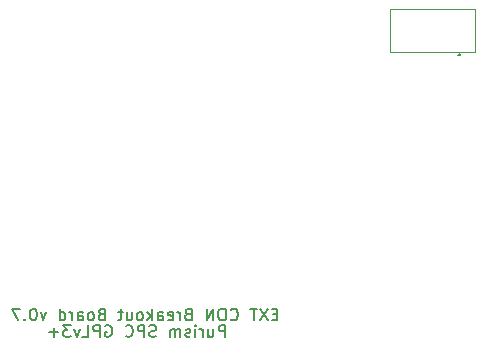
<source format=gbr>
%TF.GenerationSoftware,KiCad,Pcbnew,8.0.2-1.fc40*%
%TF.CreationDate,2024-05-25T13:03:01-04:00*%
%TF.ProjectId,ext-con-breakout-board,6578742d-636f-46e2-9d62-7265616b6f75,v0.6*%
%TF.SameCoordinates,Original*%
%TF.FileFunction,Legend,Bot*%
%TF.FilePolarity,Positive*%
%FSLAX46Y46*%
G04 Gerber Fmt 4.6, Leading zero omitted, Abs format (unit mm)*
G04 Created by KiCad (PCBNEW 8.0.2-1.fc40) date 2024-05-25 13:03:01*
%MOMM*%
%LPD*%
G01*
G04 APERTURE LIST*
%ADD10C,0.150000*%
%ADD11C,0.120000*%
G04 APERTURE END LIST*
D10*
X114866667Y-112031009D02*
X114533334Y-112031009D01*
X114390477Y-112554819D02*
X114866667Y-112554819D01*
X114866667Y-112554819D02*
X114866667Y-111554819D01*
X114866667Y-111554819D02*
X114390477Y-111554819D01*
X114057143Y-111554819D02*
X113390477Y-112554819D01*
X113390477Y-111554819D02*
X114057143Y-112554819D01*
X113152381Y-111554819D02*
X112580953Y-111554819D01*
X112866667Y-112554819D02*
X112866667Y-111554819D01*
X110914286Y-112459580D02*
X110961905Y-112507200D01*
X110961905Y-112507200D02*
X111104762Y-112554819D01*
X111104762Y-112554819D02*
X111200000Y-112554819D01*
X111200000Y-112554819D02*
X111342857Y-112507200D01*
X111342857Y-112507200D02*
X111438095Y-112411961D01*
X111438095Y-112411961D02*
X111485714Y-112316723D01*
X111485714Y-112316723D02*
X111533333Y-112126247D01*
X111533333Y-112126247D02*
X111533333Y-111983390D01*
X111533333Y-111983390D02*
X111485714Y-111792914D01*
X111485714Y-111792914D02*
X111438095Y-111697676D01*
X111438095Y-111697676D02*
X111342857Y-111602438D01*
X111342857Y-111602438D02*
X111200000Y-111554819D01*
X111200000Y-111554819D02*
X111104762Y-111554819D01*
X111104762Y-111554819D02*
X110961905Y-111602438D01*
X110961905Y-111602438D02*
X110914286Y-111650057D01*
X110295238Y-111554819D02*
X110104762Y-111554819D01*
X110104762Y-111554819D02*
X110009524Y-111602438D01*
X110009524Y-111602438D02*
X109914286Y-111697676D01*
X109914286Y-111697676D02*
X109866667Y-111888152D01*
X109866667Y-111888152D02*
X109866667Y-112221485D01*
X109866667Y-112221485D02*
X109914286Y-112411961D01*
X109914286Y-112411961D02*
X110009524Y-112507200D01*
X110009524Y-112507200D02*
X110104762Y-112554819D01*
X110104762Y-112554819D02*
X110295238Y-112554819D01*
X110295238Y-112554819D02*
X110390476Y-112507200D01*
X110390476Y-112507200D02*
X110485714Y-112411961D01*
X110485714Y-112411961D02*
X110533333Y-112221485D01*
X110533333Y-112221485D02*
X110533333Y-111888152D01*
X110533333Y-111888152D02*
X110485714Y-111697676D01*
X110485714Y-111697676D02*
X110390476Y-111602438D01*
X110390476Y-111602438D02*
X110295238Y-111554819D01*
X109438095Y-112554819D02*
X109438095Y-111554819D01*
X109438095Y-111554819D02*
X108866667Y-112554819D01*
X108866667Y-112554819D02*
X108866667Y-111554819D01*
X107295238Y-112031009D02*
X107152381Y-112078628D01*
X107152381Y-112078628D02*
X107104762Y-112126247D01*
X107104762Y-112126247D02*
X107057143Y-112221485D01*
X107057143Y-112221485D02*
X107057143Y-112364342D01*
X107057143Y-112364342D02*
X107104762Y-112459580D01*
X107104762Y-112459580D02*
X107152381Y-112507200D01*
X107152381Y-112507200D02*
X107247619Y-112554819D01*
X107247619Y-112554819D02*
X107628571Y-112554819D01*
X107628571Y-112554819D02*
X107628571Y-111554819D01*
X107628571Y-111554819D02*
X107295238Y-111554819D01*
X107295238Y-111554819D02*
X107200000Y-111602438D01*
X107200000Y-111602438D02*
X107152381Y-111650057D01*
X107152381Y-111650057D02*
X107104762Y-111745295D01*
X107104762Y-111745295D02*
X107104762Y-111840533D01*
X107104762Y-111840533D02*
X107152381Y-111935771D01*
X107152381Y-111935771D02*
X107200000Y-111983390D01*
X107200000Y-111983390D02*
X107295238Y-112031009D01*
X107295238Y-112031009D02*
X107628571Y-112031009D01*
X106628571Y-112554819D02*
X106628571Y-111888152D01*
X106628571Y-112078628D02*
X106580952Y-111983390D01*
X106580952Y-111983390D02*
X106533333Y-111935771D01*
X106533333Y-111935771D02*
X106438095Y-111888152D01*
X106438095Y-111888152D02*
X106342857Y-111888152D01*
X105628571Y-112507200D02*
X105723809Y-112554819D01*
X105723809Y-112554819D02*
X105914285Y-112554819D01*
X105914285Y-112554819D02*
X106009523Y-112507200D01*
X106009523Y-112507200D02*
X106057142Y-112411961D01*
X106057142Y-112411961D02*
X106057142Y-112031009D01*
X106057142Y-112031009D02*
X106009523Y-111935771D01*
X106009523Y-111935771D02*
X105914285Y-111888152D01*
X105914285Y-111888152D02*
X105723809Y-111888152D01*
X105723809Y-111888152D02*
X105628571Y-111935771D01*
X105628571Y-111935771D02*
X105580952Y-112031009D01*
X105580952Y-112031009D02*
X105580952Y-112126247D01*
X105580952Y-112126247D02*
X106057142Y-112221485D01*
X104723809Y-112554819D02*
X104723809Y-112031009D01*
X104723809Y-112031009D02*
X104771428Y-111935771D01*
X104771428Y-111935771D02*
X104866666Y-111888152D01*
X104866666Y-111888152D02*
X105057142Y-111888152D01*
X105057142Y-111888152D02*
X105152380Y-111935771D01*
X104723809Y-112507200D02*
X104819047Y-112554819D01*
X104819047Y-112554819D02*
X105057142Y-112554819D01*
X105057142Y-112554819D02*
X105152380Y-112507200D01*
X105152380Y-112507200D02*
X105199999Y-112411961D01*
X105199999Y-112411961D02*
X105199999Y-112316723D01*
X105199999Y-112316723D02*
X105152380Y-112221485D01*
X105152380Y-112221485D02*
X105057142Y-112173866D01*
X105057142Y-112173866D02*
X104819047Y-112173866D01*
X104819047Y-112173866D02*
X104723809Y-112126247D01*
X104247618Y-112554819D02*
X104247618Y-111554819D01*
X104152380Y-112173866D02*
X103866666Y-112554819D01*
X103866666Y-111888152D02*
X104247618Y-112269104D01*
X103295237Y-112554819D02*
X103390475Y-112507200D01*
X103390475Y-112507200D02*
X103438094Y-112459580D01*
X103438094Y-112459580D02*
X103485713Y-112364342D01*
X103485713Y-112364342D02*
X103485713Y-112078628D01*
X103485713Y-112078628D02*
X103438094Y-111983390D01*
X103438094Y-111983390D02*
X103390475Y-111935771D01*
X103390475Y-111935771D02*
X103295237Y-111888152D01*
X103295237Y-111888152D02*
X103152380Y-111888152D01*
X103152380Y-111888152D02*
X103057142Y-111935771D01*
X103057142Y-111935771D02*
X103009523Y-111983390D01*
X103009523Y-111983390D02*
X102961904Y-112078628D01*
X102961904Y-112078628D02*
X102961904Y-112364342D01*
X102961904Y-112364342D02*
X103009523Y-112459580D01*
X103009523Y-112459580D02*
X103057142Y-112507200D01*
X103057142Y-112507200D02*
X103152380Y-112554819D01*
X103152380Y-112554819D02*
X103295237Y-112554819D01*
X102104761Y-111888152D02*
X102104761Y-112554819D01*
X102533332Y-111888152D02*
X102533332Y-112411961D01*
X102533332Y-112411961D02*
X102485713Y-112507200D01*
X102485713Y-112507200D02*
X102390475Y-112554819D01*
X102390475Y-112554819D02*
X102247618Y-112554819D01*
X102247618Y-112554819D02*
X102152380Y-112507200D01*
X102152380Y-112507200D02*
X102104761Y-112459580D01*
X101771427Y-111888152D02*
X101390475Y-111888152D01*
X101628570Y-111554819D02*
X101628570Y-112411961D01*
X101628570Y-112411961D02*
X101580951Y-112507200D01*
X101580951Y-112507200D02*
X101485713Y-112554819D01*
X101485713Y-112554819D02*
X101390475Y-112554819D01*
X99961903Y-112031009D02*
X99819046Y-112078628D01*
X99819046Y-112078628D02*
X99771427Y-112126247D01*
X99771427Y-112126247D02*
X99723808Y-112221485D01*
X99723808Y-112221485D02*
X99723808Y-112364342D01*
X99723808Y-112364342D02*
X99771427Y-112459580D01*
X99771427Y-112459580D02*
X99819046Y-112507200D01*
X99819046Y-112507200D02*
X99914284Y-112554819D01*
X99914284Y-112554819D02*
X100295236Y-112554819D01*
X100295236Y-112554819D02*
X100295236Y-111554819D01*
X100295236Y-111554819D02*
X99961903Y-111554819D01*
X99961903Y-111554819D02*
X99866665Y-111602438D01*
X99866665Y-111602438D02*
X99819046Y-111650057D01*
X99819046Y-111650057D02*
X99771427Y-111745295D01*
X99771427Y-111745295D02*
X99771427Y-111840533D01*
X99771427Y-111840533D02*
X99819046Y-111935771D01*
X99819046Y-111935771D02*
X99866665Y-111983390D01*
X99866665Y-111983390D02*
X99961903Y-112031009D01*
X99961903Y-112031009D02*
X100295236Y-112031009D01*
X99152379Y-112554819D02*
X99247617Y-112507200D01*
X99247617Y-112507200D02*
X99295236Y-112459580D01*
X99295236Y-112459580D02*
X99342855Y-112364342D01*
X99342855Y-112364342D02*
X99342855Y-112078628D01*
X99342855Y-112078628D02*
X99295236Y-111983390D01*
X99295236Y-111983390D02*
X99247617Y-111935771D01*
X99247617Y-111935771D02*
X99152379Y-111888152D01*
X99152379Y-111888152D02*
X99009522Y-111888152D01*
X99009522Y-111888152D02*
X98914284Y-111935771D01*
X98914284Y-111935771D02*
X98866665Y-111983390D01*
X98866665Y-111983390D02*
X98819046Y-112078628D01*
X98819046Y-112078628D02*
X98819046Y-112364342D01*
X98819046Y-112364342D02*
X98866665Y-112459580D01*
X98866665Y-112459580D02*
X98914284Y-112507200D01*
X98914284Y-112507200D02*
X99009522Y-112554819D01*
X99009522Y-112554819D02*
X99152379Y-112554819D01*
X97961903Y-112554819D02*
X97961903Y-112031009D01*
X97961903Y-112031009D02*
X98009522Y-111935771D01*
X98009522Y-111935771D02*
X98104760Y-111888152D01*
X98104760Y-111888152D02*
X98295236Y-111888152D01*
X98295236Y-111888152D02*
X98390474Y-111935771D01*
X97961903Y-112507200D02*
X98057141Y-112554819D01*
X98057141Y-112554819D02*
X98295236Y-112554819D01*
X98295236Y-112554819D02*
X98390474Y-112507200D01*
X98390474Y-112507200D02*
X98438093Y-112411961D01*
X98438093Y-112411961D02*
X98438093Y-112316723D01*
X98438093Y-112316723D02*
X98390474Y-112221485D01*
X98390474Y-112221485D02*
X98295236Y-112173866D01*
X98295236Y-112173866D02*
X98057141Y-112173866D01*
X98057141Y-112173866D02*
X97961903Y-112126247D01*
X97485712Y-112554819D02*
X97485712Y-111888152D01*
X97485712Y-112078628D02*
X97438093Y-111983390D01*
X97438093Y-111983390D02*
X97390474Y-111935771D01*
X97390474Y-111935771D02*
X97295236Y-111888152D01*
X97295236Y-111888152D02*
X97199998Y-111888152D01*
X96438093Y-112554819D02*
X96438093Y-111554819D01*
X96438093Y-112507200D02*
X96533331Y-112554819D01*
X96533331Y-112554819D02*
X96723807Y-112554819D01*
X96723807Y-112554819D02*
X96819045Y-112507200D01*
X96819045Y-112507200D02*
X96866664Y-112459580D01*
X96866664Y-112459580D02*
X96914283Y-112364342D01*
X96914283Y-112364342D02*
X96914283Y-112078628D01*
X96914283Y-112078628D02*
X96866664Y-111983390D01*
X96866664Y-111983390D02*
X96819045Y-111935771D01*
X96819045Y-111935771D02*
X96723807Y-111888152D01*
X96723807Y-111888152D02*
X96533331Y-111888152D01*
X96533331Y-111888152D02*
X96438093Y-111935771D01*
X95295235Y-111888152D02*
X95057140Y-112554819D01*
X95057140Y-112554819D02*
X94819045Y-111888152D01*
X94247616Y-111554819D02*
X94152378Y-111554819D01*
X94152378Y-111554819D02*
X94057140Y-111602438D01*
X94057140Y-111602438D02*
X94009521Y-111650057D01*
X94009521Y-111650057D02*
X93961902Y-111745295D01*
X93961902Y-111745295D02*
X93914283Y-111935771D01*
X93914283Y-111935771D02*
X93914283Y-112173866D01*
X93914283Y-112173866D02*
X93961902Y-112364342D01*
X93961902Y-112364342D02*
X94009521Y-112459580D01*
X94009521Y-112459580D02*
X94057140Y-112507200D01*
X94057140Y-112507200D02*
X94152378Y-112554819D01*
X94152378Y-112554819D02*
X94247616Y-112554819D01*
X94247616Y-112554819D02*
X94342854Y-112507200D01*
X94342854Y-112507200D02*
X94390473Y-112459580D01*
X94390473Y-112459580D02*
X94438092Y-112364342D01*
X94438092Y-112364342D02*
X94485711Y-112173866D01*
X94485711Y-112173866D02*
X94485711Y-111935771D01*
X94485711Y-111935771D02*
X94438092Y-111745295D01*
X94438092Y-111745295D02*
X94390473Y-111650057D01*
X94390473Y-111650057D02*
X94342854Y-111602438D01*
X94342854Y-111602438D02*
X94247616Y-111554819D01*
X93485711Y-112459580D02*
X93438092Y-112507200D01*
X93438092Y-112507200D02*
X93485711Y-112554819D01*
X93485711Y-112554819D02*
X93533330Y-112507200D01*
X93533330Y-112507200D02*
X93485711Y-112459580D01*
X93485711Y-112459580D02*
X93485711Y-112554819D01*
X93104759Y-111554819D02*
X92438093Y-111554819D01*
X92438093Y-111554819D02*
X92866664Y-112554819D01*
X110452380Y-113954819D02*
X110452380Y-112954819D01*
X110452380Y-112954819D02*
X110071428Y-112954819D01*
X110071428Y-112954819D02*
X109976190Y-113002438D01*
X109976190Y-113002438D02*
X109928571Y-113050057D01*
X109928571Y-113050057D02*
X109880952Y-113145295D01*
X109880952Y-113145295D02*
X109880952Y-113288152D01*
X109880952Y-113288152D02*
X109928571Y-113383390D01*
X109928571Y-113383390D02*
X109976190Y-113431009D01*
X109976190Y-113431009D02*
X110071428Y-113478628D01*
X110071428Y-113478628D02*
X110452380Y-113478628D01*
X109023809Y-113288152D02*
X109023809Y-113954819D01*
X109452380Y-113288152D02*
X109452380Y-113811961D01*
X109452380Y-113811961D02*
X109404761Y-113907200D01*
X109404761Y-113907200D02*
X109309523Y-113954819D01*
X109309523Y-113954819D02*
X109166666Y-113954819D01*
X109166666Y-113954819D02*
X109071428Y-113907200D01*
X109071428Y-113907200D02*
X109023809Y-113859580D01*
X108547618Y-113954819D02*
X108547618Y-113288152D01*
X108547618Y-113478628D02*
X108499999Y-113383390D01*
X108499999Y-113383390D02*
X108452380Y-113335771D01*
X108452380Y-113335771D02*
X108357142Y-113288152D01*
X108357142Y-113288152D02*
X108261904Y-113288152D01*
X107928570Y-113954819D02*
X107928570Y-113288152D01*
X107928570Y-112954819D02*
X107976189Y-113002438D01*
X107976189Y-113002438D02*
X107928570Y-113050057D01*
X107928570Y-113050057D02*
X107880951Y-113002438D01*
X107880951Y-113002438D02*
X107928570Y-112954819D01*
X107928570Y-112954819D02*
X107928570Y-113050057D01*
X107499999Y-113907200D02*
X107404761Y-113954819D01*
X107404761Y-113954819D02*
X107214285Y-113954819D01*
X107214285Y-113954819D02*
X107119047Y-113907200D01*
X107119047Y-113907200D02*
X107071428Y-113811961D01*
X107071428Y-113811961D02*
X107071428Y-113764342D01*
X107071428Y-113764342D02*
X107119047Y-113669104D01*
X107119047Y-113669104D02*
X107214285Y-113621485D01*
X107214285Y-113621485D02*
X107357142Y-113621485D01*
X107357142Y-113621485D02*
X107452380Y-113573866D01*
X107452380Y-113573866D02*
X107499999Y-113478628D01*
X107499999Y-113478628D02*
X107499999Y-113431009D01*
X107499999Y-113431009D02*
X107452380Y-113335771D01*
X107452380Y-113335771D02*
X107357142Y-113288152D01*
X107357142Y-113288152D02*
X107214285Y-113288152D01*
X107214285Y-113288152D02*
X107119047Y-113335771D01*
X106642856Y-113954819D02*
X106642856Y-113288152D01*
X106642856Y-113383390D02*
X106595237Y-113335771D01*
X106595237Y-113335771D02*
X106499999Y-113288152D01*
X106499999Y-113288152D02*
X106357142Y-113288152D01*
X106357142Y-113288152D02*
X106261904Y-113335771D01*
X106261904Y-113335771D02*
X106214285Y-113431009D01*
X106214285Y-113431009D02*
X106214285Y-113954819D01*
X106214285Y-113431009D02*
X106166666Y-113335771D01*
X106166666Y-113335771D02*
X106071428Y-113288152D01*
X106071428Y-113288152D02*
X105928571Y-113288152D01*
X105928571Y-113288152D02*
X105833332Y-113335771D01*
X105833332Y-113335771D02*
X105785713Y-113431009D01*
X105785713Y-113431009D02*
X105785713Y-113954819D01*
X104595237Y-113907200D02*
X104452380Y-113954819D01*
X104452380Y-113954819D02*
X104214285Y-113954819D01*
X104214285Y-113954819D02*
X104119047Y-113907200D01*
X104119047Y-113907200D02*
X104071428Y-113859580D01*
X104071428Y-113859580D02*
X104023809Y-113764342D01*
X104023809Y-113764342D02*
X104023809Y-113669104D01*
X104023809Y-113669104D02*
X104071428Y-113573866D01*
X104071428Y-113573866D02*
X104119047Y-113526247D01*
X104119047Y-113526247D02*
X104214285Y-113478628D01*
X104214285Y-113478628D02*
X104404761Y-113431009D01*
X104404761Y-113431009D02*
X104499999Y-113383390D01*
X104499999Y-113383390D02*
X104547618Y-113335771D01*
X104547618Y-113335771D02*
X104595237Y-113240533D01*
X104595237Y-113240533D02*
X104595237Y-113145295D01*
X104595237Y-113145295D02*
X104547618Y-113050057D01*
X104547618Y-113050057D02*
X104499999Y-113002438D01*
X104499999Y-113002438D02*
X104404761Y-112954819D01*
X104404761Y-112954819D02*
X104166666Y-112954819D01*
X104166666Y-112954819D02*
X104023809Y-113002438D01*
X103595237Y-113954819D02*
X103595237Y-112954819D01*
X103595237Y-112954819D02*
X103214285Y-112954819D01*
X103214285Y-112954819D02*
X103119047Y-113002438D01*
X103119047Y-113002438D02*
X103071428Y-113050057D01*
X103071428Y-113050057D02*
X103023809Y-113145295D01*
X103023809Y-113145295D02*
X103023809Y-113288152D01*
X103023809Y-113288152D02*
X103071428Y-113383390D01*
X103071428Y-113383390D02*
X103119047Y-113431009D01*
X103119047Y-113431009D02*
X103214285Y-113478628D01*
X103214285Y-113478628D02*
X103595237Y-113478628D01*
X102023809Y-113859580D02*
X102071428Y-113907200D01*
X102071428Y-113907200D02*
X102214285Y-113954819D01*
X102214285Y-113954819D02*
X102309523Y-113954819D01*
X102309523Y-113954819D02*
X102452380Y-113907200D01*
X102452380Y-113907200D02*
X102547618Y-113811961D01*
X102547618Y-113811961D02*
X102595237Y-113716723D01*
X102595237Y-113716723D02*
X102642856Y-113526247D01*
X102642856Y-113526247D02*
X102642856Y-113383390D01*
X102642856Y-113383390D02*
X102595237Y-113192914D01*
X102595237Y-113192914D02*
X102547618Y-113097676D01*
X102547618Y-113097676D02*
X102452380Y-113002438D01*
X102452380Y-113002438D02*
X102309523Y-112954819D01*
X102309523Y-112954819D02*
X102214285Y-112954819D01*
X102214285Y-112954819D02*
X102071428Y-113002438D01*
X102071428Y-113002438D02*
X102023809Y-113050057D01*
X100309523Y-113002438D02*
X100404761Y-112954819D01*
X100404761Y-112954819D02*
X100547618Y-112954819D01*
X100547618Y-112954819D02*
X100690475Y-113002438D01*
X100690475Y-113002438D02*
X100785713Y-113097676D01*
X100785713Y-113097676D02*
X100833332Y-113192914D01*
X100833332Y-113192914D02*
X100880951Y-113383390D01*
X100880951Y-113383390D02*
X100880951Y-113526247D01*
X100880951Y-113526247D02*
X100833332Y-113716723D01*
X100833332Y-113716723D02*
X100785713Y-113811961D01*
X100785713Y-113811961D02*
X100690475Y-113907200D01*
X100690475Y-113907200D02*
X100547618Y-113954819D01*
X100547618Y-113954819D02*
X100452380Y-113954819D01*
X100452380Y-113954819D02*
X100309523Y-113907200D01*
X100309523Y-113907200D02*
X100261904Y-113859580D01*
X100261904Y-113859580D02*
X100261904Y-113526247D01*
X100261904Y-113526247D02*
X100452380Y-113526247D01*
X99833332Y-113954819D02*
X99833332Y-112954819D01*
X99833332Y-112954819D02*
X99452380Y-112954819D01*
X99452380Y-112954819D02*
X99357142Y-113002438D01*
X99357142Y-113002438D02*
X99309523Y-113050057D01*
X99309523Y-113050057D02*
X99261904Y-113145295D01*
X99261904Y-113145295D02*
X99261904Y-113288152D01*
X99261904Y-113288152D02*
X99309523Y-113383390D01*
X99309523Y-113383390D02*
X99357142Y-113431009D01*
X99357142Y-113431009D02*
X99452380Y-113478628D01*
X99452380Y-113478628D02*
X99833332Y-113478628D01*
X98357142Y-113954819D02*
X98833332Y-113954819D01*
X98833332Y-113954819D02*
X98833332Y-112954819D01*
X98119046Y-113288152D02*
X97880951Y-113954819D01*
X97880951Y-113954819D02*
X97642856Y-113288152D01*
X97357141Y-112954819D02*
X96738094Y-112954819D01*
X96738094Y-112954819D02*
X97071427Y-113335771D01*
X97071427Y-113335771D02*
X96928570Y-113335771D01*
X96928570Y-113335771D02*
X96833332Y-113383390D01*
X96833332Y-113383390D02*
X96785713Y-113431009D01*
X96785713Y-113431009D02*
X96738094Y-113526247D01*
X96738094Y-113526247D02*
X96738094Y-113764342D01*
X96738094Y-113764342D02*
X96785713Y-113859580D01*
X96785713Y-113859580D02*
X96833332Y-113907200D01*
X96833332Y-113907200D02*
X96928570Y-113954819D01*
X96928570Y-113954819D02*
X97214284Y-113954819D01*
X97214284Y-113954819D02*
X97309522Y-113907200D01*
X97309522Y-113907200D02*
X97357141Y-113859580D01*
X96309522Y-113573866D02*
X95547618Y-113573866D01*
X95928570Y-113954819D02*
X95928570Y-113192914D01*
D11*
%TO.C,J1*%
X124400000Y-86200000D02*
X124400000Y-89800000D01*
X130050000Y-90100000D02*
X130350000Y-90100000D01*
X130200000Y-89887868D02*
X130050000Y-90100000D01*
X130350000Y-90100000D02*
X130200000Y-89887868D01*
X131600000Y-86200000D02*
X124400000Y-86200000D01*
X131600000Y-86200000D02*
X131600000Y-89800000D01*
X131600000Y-89800000D02*
X124400000Y-89800000D01*
%TD*%
M02*

</source>
